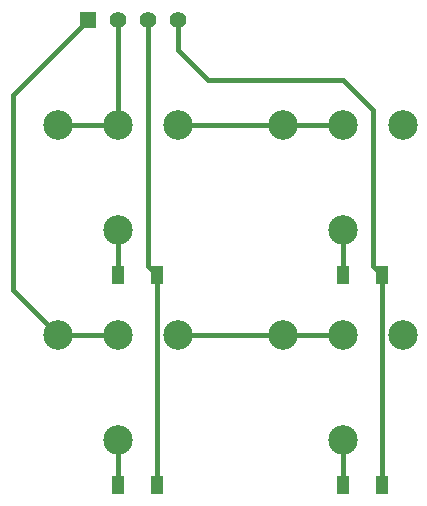
<source format=gbl>
G04 (created by PCBNEW (2013-07-07 BZR 4022)-stable) date 21/11/2015 23:20:12*
%MOIN*%
G04 Gerber Fmt 3.4, Leading zero omitted, Abs format*
%FSLAX34Y34*%
G01*
G70*
G90*
G04 APERTURE LIST*
%ADD10C,0.00393701*%
%ADD11R,0.055X0.055*%
%ADD12C,0.055*%
%ADD13C,0.0984252*%
%ADD14R,0.0433071X0.0590551*%
%ADD15C,0.015748*%
G04 APERTURE END LIST*
G54D10*
G54D11*
X57500Y-31500D03*
G54D12*
X58500Y-31500D03*
X59500Y-31500D03*
X60500Y-31500D03*
G54D13*
X60500Y-35000D03*
X56500Y-35000D03*
X58500Y-38500D03*
X58500Y-35000D03*
X68000Y-35000D03*
X64000Y-35000D03*
X66000Y-38500D03*
X66000Y-35000D03*
X60500Y-42000D03*
X56500Y-42000D03*
X58500Y-45500D03*
X58500Y-42000D03*
X68000Y-42000D03*
X64000Y-42000D03*
X66000Y-45500D03*
X66000Y-42000D03*
G54D14*
X58500Y-40000D03*
X59799Y-40000D03*
X66000Y-40000D03*
X67299Y-40000D03*
X66000Y-47000D03*
X67299Y-47000D03*
X58500Y-47000D03*
X59799Y-47000D03*
G54D15*
X66000Y-38500D02*
X66000Y-40000D01*
X56500Y-42000D02*
X58500Y-42000D01*
X57500Y-31500D02*
X55000Y-34000D01*
X55000Y-40500D02*
X56500Y-42000D01*
X55000Y-34000D02*
X55000Y-40500D01*
X64000Y-42000D02*
X66000Y-42000D01*
X60500Y-42000D02*
X64000Y-42000D01*
X58500Y-35000D02*
X58500Y-31500D01*
X56500Y-35000D02*
X58500Y-35000D01*
X58500Y-45500D02*
X58500Y-47000D01*
X66000Y-45500D02*
X66000Y-47000D01*
X59799Y-40000D02*
X59799Y-47000D01*
X59500Y-31500D02*
X59500Y-39700D01*
X59500Y-39700D02*
X59799Y-40000D01*
X60500Y-31500D02*
X60500Y-32500D01*
X67000Y-39700D02*
X67299Y-40000D01*
X67000Y-34500D02*
X67000Y-39700D01*
X66000Y-33500D02*
X67000Y-34500D01*
X61500Y-33500D02*
X66000Y-33500D01*
X60500Y-32500D02*
X61500Y-33500D01*
X67299Y-40000D02*
X67299Y-47000D01*
X58500Y-38500D02*
X58500Y-40000D01*
X64000Y-35000D02*
X66000Y-35000D01*
X60500Y-35000D02*
X64000Y-35000D01*
M02*

</source>
